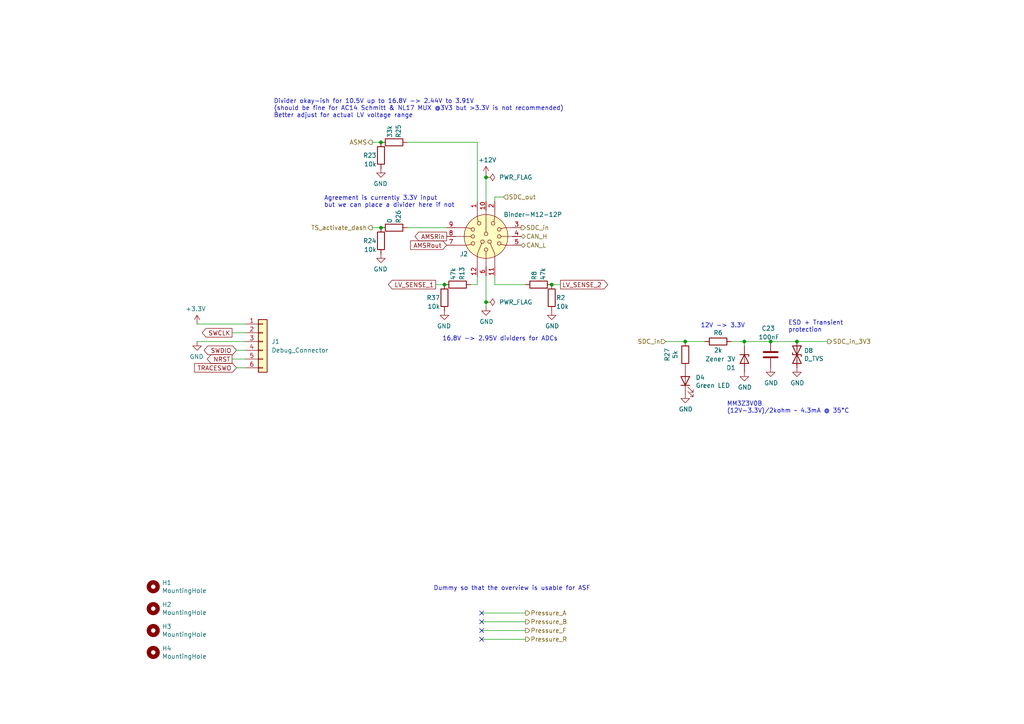
<source format=kicad_sch>
(kicad_sch (version 20211123) (generator eeschema)
  (paper "A4")
  (title_block (title "SDCL - Connections") (date "2021-12-16") (rev "v1.0") (company "FaSTTUBe - Formula Student Team TU Berlin") (comment 1 "Car 113") (comment 2 "EBS Electronics") (comment 3 "Electrical connections: Power, Programming, Buttons, CAN, SDC"))
  (lib_symbols
    (symbol "Connector_Generic:Conn_01x06" (pin_names (offset 1.016) hide)
      (property "Reference" "J" (at 0 7.62 0))
      (property "Value" "Conn_01x06" (at 0 -10.16 0))
      (symbol "Conn_01x06_1_1"
        (rectangle (start -1.27 -7.493) (end 0 -7.747) (stroke (width 0.1524)))
        (rectangle (start -1.27 -4.953) (end 0 -5.207) (stroke (width 0.1524)))
        (rectangle (start -1.27 -2.413) (end 0 -2.667) (stroke (width 0.1524)))
        (rectangle (start -1.27 0.127) (end 0 -0.127) (stroke (width 0.1524)))
        (rectangle (start -1.27 2.667) (end 0 2.413) (stroke (width 0.1524)))
        (rectangle (start -1.27 5.207) (end 0 4.953) (stroke (width 0.1524)))
        (rectangle (start -1.27 6.35) (end 1.27 -8.89) (stroke (width 0.254)) (fill (type background)))
        (pin passive line (at -5.08 5.08 0) (length 3.81) (name "Pin_1") (number "1"))
        (pin passive line (at -5.08 2.54 0) (length 3.81) (name "Pin_2") (number "2"))
        (pin passive line (at -5.08 0 0) (length 3.81) (name "Pin_3") (number "3"))
        (pin passive line (at -5.08 -2.54 0) (length 3.81) (name "Pin_4") (number "4"))
        (pin passive line (at -5.08 -5.08 0) (length 3.81) (name "Pin_5") (number "5"))
        (pin passive line (at -5.08 -7.62 0) (length 3.81) (name "Pin_6") (number "6"))
      )
    )
    (symbol "Custom:Binder-M12-12P" (pin_names (offset 1.016))
      (property "Reference" "J" (at -6.985 -5.715 0))
      (property "Value" "Binder-M12-12P" (at 4.572 6.858 0))
      (symbol "Binder-M12-12P_0_1"
        (circle (center -3.81 2.032) (radius 0.508))
        (circle (center -1.016 -1.524) (radius 0.508))
        (circle (center 0 -3.81) (radius 0.508))
        (polyline (pts (xy -8.89 -2.54) (xy -6.35 -2.54)))
        (polyline (pts (xy -8.89 2.54) (xy -6.35 2.54)))
        (polyline (pts (xy -2.54 -5.08) (xy -2.54 -8.89)))
        (polyline (pts (xy -2.54 6.35) (xy -2.54 7.62)))
        (polyline (pts (xy -1.2446 -1.9558) (xy -2.54 -5.08)))
        (polyline (pts (xy 0 -4.318) (xy 0 -8.89)))
        (polyline (pts (xy 0 2.54) (xy 0 1.27)))
        (polyline (pts (xy 0 2.54) (xy 0 7.62)))
        (polyline (pts (xy 1.2192 -1.9812) (xy 2.54 -5.08)))
        (polyline (pts (xy 2.54 -5.08) (xy 2.54 -8.89)))
        (polyline (pts (xy 2.54 6.35) (xy 2.54 7.62)))
        (polyline (pts (xy 6.35 -2.54) (xy 7.62 -2.54)))
        (polyline (pts (xy 6.35 2.54) (xy 7.62 2.54)))
        (polyline (pts (xy -6.35 2.54) (xy -5.588 2.54) (xy -4.318 2.286)))
        (polyline (pts (xy 6.35 2.54) (xy 5.588 2.54) (xy 4.318 2.286)))
        (circle (center 0 0) (radius 6.35) (fill (type background)))
        (circle (center 0 0.762) (radius 0.508))
        (circle (center 1.016 -1.524) (radius 0.508))
        (circle (center 3.81 2.032) (radius 0.508))
      )
      (symbol "Binder-M12-12P_1_1"
        (circle (center -3.81 -2.032) (radius 0.508))
        (circle (center -3.81 0) (radius 0.508))
        (circle (center -2.032 3.81) (radius 0.508))
        (polyline (pts (xy -4.318 0) (xy -8.89 0)))
        (polyline (pts (xy 4.318 0) (xy 8.89 0)))
        (polyline (pts (xy -6.35 -2.54) (xy -5.588 -2.54) (xy -4.318 -2.286)))
        (polyline (pts (xy -2.54 6.35) (xy -2.54 5.588) (xy -2.286 4.318)))
        (polyline (pts (xy 2.54 6.35) (xy 2.54 5.588) (xy 2.286 4.318)))
        (polyline (pts (xy 6.35 -2.54) (xy 5.588 -2.54) (xy 4.318 -2.286)))
        (circle (center 2.032 3.81) (radius 0.508))
        (circle (center 3.81 -2.032) (radius 0.508))
        (circle (center 3.81 0) (radius 0.508))
        (pin passive line (at -2.54 10.16 270) (length 2.54) (name "~") (number "1"))
        (pin passive line (at 0 10.16 270) (length 2.54) (name "~") (number "10"))
        (pin passive line (at 2.54 -11.43 90) (length 2.54) (name "~") (number "11"))
        (pin passive line (at -2.54 -11.43 90) (length 2.54) (name "~") (number "12"))
        (pin passive line (at 2.54 10.16 270) (length 2.54) (name "~") (number "2"))
        (pin passive line (at 10.16 2.54 180) (length 2.54) (name "~") (number "3"))
        (pin passive line (at 10.16 0 180) (length 2.54) (name "~") (number "4"))
        (pin passive line (at 10.16 -2.54 180) (length 2.54) (name "~") (number "5"))
        (pin passive line (at 0 -11.43 90) (length 2.54) (name "~") (number "6"))
        (pin passive line (at -11.43 -2.54 0) (length 2.54) (name "~") (number "7"))
        (pin passive line (at -11.43 0 0) (length 2.54) (name "~") (number "8"))
        (pin passive line (at -11.43 2.54 0) (length 2.54) (name "~") (number "9"))
      )
    )
    (symbol "Device:C" (pin_numbers hide) (pin_names (offset 0.254))
      (property "Reference" "C" (at 0.635 2.54 0))
      (property "Value" "C" (at 0.635 -2.54 0))
      (symbol "C_0_1"
        (polyline (pts (xy -2.032 -0.762) (xy 2.032 -0.762)) (stroke (width 0.508)))
        (polyline (pts (xy -2.032 0.762) (xy 2.032 0.762)) (stroke (width 0.508)))
      )
      (symbol "C_1_1"
        (pin passive line (at 0 3.81 270) (length 2.794) (name "~") (number "1"))
        (pin passive line (at 0 -3.81 90) (length 2.794) (name "~") (number "2"))
      )
    )
    (symbol "Device:D_TVS" (pin_numbers hide) (pin_names (offset 1.016) hide)
      (property "Reference" "D" (at 0 2.54 0))
      (property "Value" "D_TVS" (at 0 -2.54 0))
      (symbol "D_TVS_0_1"
        (polyline (pts (xy 1.27 0) (xy -1.27 0)))
        (polyline (pts (xy 0.508 1.27) (xy 0 1.27) (xy 0 -1.27) (xy -0.508 -1.27)) (stroke (width 0.254)))
        (polyline (pts (xy -2.54 1.27) (xy -2.54 -1.27) (xy 2.54 1.27) (xy 2.54 -1.27) (xy -2.54 1.27)) (stroke (width 0.254)))
      )
      (symbol "D_TVS_1_1"
        (pin passive line (at -3.81 0 0) (length 2.54) (name "A1") (number "1"))
        (pin passive line (at 3.81 0 180) (length 2.54) (name "A2") (number "2"))
      )
    )
    (symbol "Device:D_Zener" (pin_numbers hide) (pin_names (offset 1.016) hide)
      (property "Reference" "D" (at 0 2.54 0))
      (property "Value" "D_Zener" (at 0 -2.54 0))
      (symbol "D_Zener_0_1"
        (polyline (pts (xy 1.27 0) (xy -1.27 0)))
        (polyline (pts (xy -1.27 -1.27) (xy -1.27 1.27) (xy -0.762 1.27)) (stroke (width 0.254)))
        (polyline (pts (xy 1.27 -1.27) (xy 1.27 1.27) (xy -1.27 0) (xy 1.27 -1.27)) (stroke (width 0.254)))
      )
      (symbol "D_Zener_1_1"
        (pin passive line (at -3.81 0 0) (length 2.54) (name "K") (number "1"))
        (pin passive line (at 3.81 0 180) (length 2.54) (name "A") (number "2"))
      )
    )
    (symbol "Device:LED" (pin_numbers hide) (pin_names (offset 1.016) hide)
      (property "Reference" "D" (at 0 2.54 0))
      (property "Value" "LED" (at 0 -2.54 0))
      (symbol "LED_0_1"
        (polyline (pts (xy -1.27 -1.27) (xy -1.27 1.27)) (stroke (width 0.254)))
        (polyline (pts (xy -1.27 0) (xy 1.27 0)))
        (polyline (pts (xy 1.27 -1.27) (xy 1.27 1.27) (xy -1.27 0) (xy 1.27 -1.27)) (stroke (width 0.254)))
        (polyline (pts (xy -3.048 -0.762) (xy -4.572 -2.286) (xy -3.81 -2.286) (xy -4.572 -2.286) (xy -4.572 -1.524)))
        (polyline (pts (xy -1.778 -0.762) (xy -3.302 -2.286) (xy -2.54 -2.286) (xy -3.302 -2.286) (xy -3.302 -1.524)))
      )
      (symbol "LED_1_1"
        (pin passive line (at -3.81 0 0) (length 2.54) (name "K") (number "1"))
        (pin passive line (at 3.81 0 180) (length 2.54) (name "A") (number "2"))
      )
    )
    (symbol "Device:R" (pin_numbers hide) (pin_names (offset 0))
      (property "Reference" "R" (at 2.032 0 90))
      (property "Value" "R" (at 0 0 90))
      (symbol "R_0_1"
        (rectangle (start -1.016 -2.54) (end 1.016 2.54) (stroke (width 0.254)))
      )
      (symbol "R_1_1"
        (pin passive line (at 0 3.81 270) (length 1.27) (name "~") (number "1"))
        (pin passive line (at 0 -3.81 90) (length 1.27) (name "~") (number "2"))
      )
    )
    (symbol "Mechanical:MountingHole" (pin_names (offset 1.016))
      (property "Reference" "H" (at 0 5.08 0))
      (property "Value" "MountingHole" (at 0 3.175 0))
      (symbol "MountingHole_0_1"
        (circle (center 0 0) (radius 1.27) (stroke (width 1.27)))
      )
    )
    (symbol "power:+12V" (power) (pin_names (offset 0))
      (property "Value" "+12V" (at 0 3.556 0))
      (symbol "+12V_0_1"
        (polyline (pts (xy -0.762 1.27) (xy 0 2.54)))
        (polyline (pts (xy 0 0) (xy 0 2.54)))
        (polyline (pts (xy 0 2.54) (xy 0.762 1.27)))
      )
      (symbol "+12V_1_1"
        (pin power_in line (at 0 0 90) (length 0) hide (name "+12V") (number "1"))
      )
    )
    (symbol "power:+3.3V" (power) (pin_names (offset 0))
      (property "Value" "+3.3V" (at 0 3.556 0))
      (symbol "+3.3V_0_1"
        (polyline (pts (xy -0.762 1.27) (xy 0 2.54)))
        (polyline (pts (xy 0 0) (xy 0 2.54)))
        (polyline (pts (xy 0 2.54) (xy 0.762 1.27)))
      )
      (symbol "+3.3V_1_1"
        (pin power_in line (at 0 0 90) (length 0) hide (name "+3.3V") (number "1"))
      )
    )
    (symbol "power:GND" (power) (pin_names (offset 0))
      (property "Value" "GND" (at 0 -3.81 0))
      (symbol "GND_0_1"
        (polyline (pts (xy 0 0) (xy 0 -1.27) (xy 1.27 -1.27) (xy 0 -2.54) (xy -1.27 -1.27) (xy 0 -1.27)))
      )
      (symbol "GND_1_1"
        (pin power_in line (at 0 0 270) (length 0) hide (name "GND") (number "1"))
      )
    )
    (symbol "power:PWR_FLAG" (power) (pin_numbers hide) (pin_names (offset 0) hide)
      (property "Value" "PWR_FLAG" (at 0 3.81 0))
      (symbol "PWR_FLAG_0_0"
        (pin power_out line (at 0 0 90) (length 0) (name "pwr") (number "1"))
      )
      (symbol "PWR_FLAG_0_1"
        (polyline (pts (xy 0 0) (xy 0 1.27) (xy -1.016 1.905) (xy 0 2.54) (xy 1.016 1.905) (xy 0 1.27)))
      )
    )
  )
  (junction (at 215.9 99.06))
  (junction (at 231.14 99.06))
  (junction (at 110.49 66.04))
  (junction (at 140.97 51.435))
  (junction (at 128.905 82.55))
  (junction (at 110.49 41.275))
  (junction (at 198.755 99.06))
  (junction (at 160.02 82.55))
  (junction (at 223.52 99.06))
  (junction (at 140.97 87.63))
  (no_connect (at 139.7 185.42))
  (no_connect (at 139.7 180.34))
  (no_connect (at 139.7 177.8))
  (no_connect (at 139.7 182.88))
  (wire (pts (xy 140.97 87.63) (xy 140.97 88.9)))
  (wire (pts (xy 68.58 101.6) (xy 71.12 101.6)))
  (wire (pts (xy 68.58 106.68) (xy 71.12 106.68)))
  (wire (pts (xy 215.9 99.06) (xy 223.52 99.06)))
  (wire (pts (xy 67.31 104.14) (xy 71.12 104.14)))
  (wire (pts (xy 215.9 100.33) (xy 215.9 99.06)))
  (wire (pts (xy 223.52 99.06) (xy 231.14 99.06)))
  (wire (pts (xy 118.11 41.275) (xy 138.43 41.275)))
  (wire (pts (xy 107.95 66.04) (xy 110.49 66.04)))
  (wire (pts (xy 198.755 99.06) (xy 204.47 99.06)))
  (wire (pts (xy 57.15 93.98) (xy 71.12 93.98)))
  (wire (pts (xy 139.7 177.8) (xy 152.4 177.8)))
  (wire (pts (xy 136.525 82.55) (xy 138.43 82.55)))
  (wire (pts (xy 126.365 82.55) (xy 128.905 82.55)))
  (wire (pts (xy 193.04 99.06) (xy 198.755 99.06)))
  (wire (pts (xy 140.97 80.01) (xy 140.97 87.63)))
  (wire (pts (xy 143.51 57.15) (xy 146.05 57.15)))
  (wire (pts (xy 57.15 99.06) (xy 71.12 99.06)))
  (wire (pts (xy 118.11 66.04) (xy 129.54 66.04)))
  (wire (pts (xy 143.51 82.55) (xy 152.4 82.55)))
  (wire (pts (xy 143.51 58.42) (xy 143.51 57.15)))
  (wire (pts (xy 138.43 41.275) (xy 138.43 58.42)))
  (wire (pts (xy 107.95 41.275) (xy 110.49 41.275)))
  (wire (pts (xy 143.51 80.01) (xy 143.51 82.55)))
  (wire (pts (xy 140.97 50.8) (xy 140.97 51.435)))
  (wire (pts (xy 139.7 185.42) (xy 152.4 185.42)))
  (wire (pts (xy 139.7 180.34) (xy 152.4 180.34)))
  (wire (pts (xy 138.43 82.55) (xy 138.43 80.01)))
  (wire (pts (xy 162.56 82.55) (xy 160.02 82.55)))
  (wire (pts (xy 67.31 96.52) (xy 71.12 96.52)))
  (wire (pts (xy 231.14 99.06) (xy 240.03 99.06)))
  (wire (pts (xy 212.09 99.06) (xy 215.9 99.06)))
  (wire (pts (xy 140.97 51.435) (xy 140.97 58.42)))
  (wire (pts (xy 139.7 182.88) (xy 152.4 182.88)))
  (text "Dummy so that the overview is usable for ASF" (at 125.73 171.45 0) (effects (font (size 1.27 1.27)) (justify left bottom)))
  (text "12V -> 3.3V" (at 203.2 95.25 0) (effects (font (size 1.27 1.27)) (justify left bottom)))
  (text "MM3Z3V0B\n(12V−3.3V)/2kohm ~ 4.3mA @ 35°C" (at 210.82 120.015 0) (effects (font (size 1.27 1.27)) (justify left bottom)))
  (text "16.8V -> 2.95V dividers for ADCs" (at 128.27 99.06 0) (effects (font (size 1.27 1.27)) (justify left bottom)))
  (text "ESD + Transient\nprotection" (at 228.6 96.52 0) (effects (font (size 1.27 1.27)) (justify left bottom)))
  (text "Agreement is currently 3.3V input\nbut we can place a divider here if not" (at 93.98 60.325 0) (effects (font (size 1.27 1.27)) (justify left bottom)))
  (text "Divider okay-ish for 10.5V up to 16.8V -> 2.44V to 3.91V\n(should be fine for AC14 Schmitt & NL17 MUX @3V3 but >3.3V is not recommended)\nBetter adjust for actual LV voltage range" (at 79.375 34.29 0) (effects (font (size 1.27 1.27)) (justify left bottom)))
  (global_label "LV_SENSE_2" (shape output) (at 162.56 82.55 0) (property "Intersheet References" "${INTERSHEET_REFS}" (effects hide)))
  (global_label "AMSRin" (shape output) (at 129.54 68.58 180) (property "Intersheet References" "${INTERSHEET_REFS}" (effects hide)))
  (global_label "AMSRout" (shape input) (at 129.54 71.12 180) (property "Intersheet References" "${INTERSHEET_REFS}" (effects hide)))
  (global_label "LV_SENSE_1" (shape output) (at 126.365 82.55 180) (property "Intersheet References" "${INTERSHEET_REFS}" (effects hide)))
  (global_label "TRACESWO" (shape input) (at 68.58 106.68 180) (property "Intersheet References" "${INTERSHEET_REFS}" (effects hide)))
  (global_label "NRST" (shape output) (at 67.31 104.14 180) (property "Intersheet References" "${INTERSHEET_REFS}" (effects hide)))
  (global_label "SWCLK" (shape output) (at 67.31 96.52 180) (property "Intersheet References" "${INTERSHEET_REFS}" (effects hide)))
  (global_label "SWDIO" (shape bidirectional) (at 68.58 101.6 180) (property "Intersheet References" "${INTERSHEET_REFS}" (effects hide)))
  (hierarchical_label "SDC_in_3V3" (shape output) (at 240.03 99.06 0))
  (hierarchical_label "Pressure_R" (shape output) (at 152.4 185.42 0))
  (hierarchical_label "SDC_out" (shape input) (at 146.05 57.15 0))
  (hierarchical_label "TS_activate_dash" (shape output) (at 107.95 66.04 180))
  (hierarchical_label "Pressure_B" (shape output) (at 152.4 180.34 0))
  (hierarchical_label "ASMS" (shape output) (at 107.95 41.275 180))
  (hierarchical_label "SDC_in" (shape output) (at 151.13 66.04 0))
  (hierarchical_label "CAN_H" (shape bidirectional) (at 151.13 68.58 0))
  (hierarchical_label "Pressure_F" (shape output) (at 152.4 182.88 0))
  (hierarchical_label "SDC_in" (shape input) (at 193.04 99.06 180))
  (hierarchical_label "CAN_L" (shape bidirectional) (at 151.13 71.12 0))
  (hierarchical_label "Pressure_A" (shape output) (at 152.4 177.8 0))
  (symbol (lib_id "Device:R") (at 208.28 99.06 90) (mirror x) (unit 1)
    (property "Reference" "R6" (at 208.28 96.52 90))
    (property "Value" "2k" (at 208.28 101.6 90))
    (property "Footprint" "Resistor_SMD:R_0603_1608Metric_Pad0.98x0.95mm_HandSolder" (effects hide))
  )
  (symbol (lib_id "power:GND") (at 215.9 107.95 0) (unit 1)
    (property "Reference" "#PWR0101" (effects hide))
    (property "Value" "GND" (at 216.027 112.3442 0))
  )
  (symbol (lib_id "power:GND") (at 231.14 106.68 0) (unit 1)
    (property "Reference" "#PWR0102" (effects hide))
    (property "Value" "GND" (at 231.267 111.0742 0))
  )
  (symbol (lib_id "Device:C") (at 223.52 102.87 180) (unit 1)
    (property "Reference" "C23" (at 224.79 95.25 0) (effects (justify left)))
    (property "Value" "100nF" (at 226.06 97.79 0) (effects (justify left)))
    (property "Footprint" "Capacitor_SMD:C_0603_1608Metric_Pad1.08x0.95mm_HandSolder" (effects hide))
  )
  (symbol (lib_id "power:GND") (at 223.52 106.68 0) (unit 1)
    (property "Reference" "#PWR0104" (effects hide))
    (property "Value" "GND" (at 223.647 111.0742 0))
  )
  (symbol (lib_id "Device:D_TVS") (at 231.14 102.87 270) (unit 1)
    (property "Reference" "D8" (at 233.172 101.7016 90) (effects (justify left)))
    (property "Value" "D_TVS" (at 233.172 104.013 90) (effects (justify left)))
    (property "Footprint" "Diode_SMD:D_SOD-323_HandSoldering" (effects hide))
  )
  (symbol (lib_id "Mechanical:MountingHole") (at 44.45 170.18 0) (unit 1)
    (property "Reference" "H1" (at 46.99 169.0116 0) (effects (justify left)))
    (property "Value" "MountingHole" (at 46.99 171.323 0) (effects (justify left)))
    (property "Footprint" "MountingHole:MountingHole_3.2mm_M3" (effects hide))
  )
  (symbol (lib_id "Mechanical:MountingHole") (at 44.45 176.53 0) (unit 1)
    (property "Reference" "H2" (at 46.99 175.3616 0) (effects (justify left)))
    (property "Value" "MountingHole" (at 46.99 177.673 0) (effects (justify left)))
    (property "Footprint" "MountingHole:MountingHole_3.2mm_M3" (effects hide))
  )
  (symbol (lib_id "Mechanical:MountingHole") (at 44.45 182.88 0) (unit 1)
    (property "Reference" "H3" (at 46.99 181.7116 0) (effects (justify left)))
    (property "Value" "MountingHole" (at 46.99 184.023 0) (effects (justify left)))
    (property "Footprint" "MountingHole:MountingHole_3.2mm_M3" (effects hide))
  )
  (symbol (lib_id "power:+12V") (at 140.97 50.8 0) (unit 1)
    (property "Reference" "#PWR0106" (effects hide))
    (property "Value" "+12V" (at 141.351 46.4058 0))
  )
  (symbol (lib_id "power:+3.3V") (at 57.15 93.98 0) (mirror y) (unit 1)
    (property "Reference" "#PWR0141" (effects hide))
    (property "Value" "+3.3V" (at 56.769 89.5858 0))
  )
  (symbol (lib_id "power:GND") (at 57.15 99.06 0) (mirror y) (unit 1)
    (property "Reference" "#PWR0164" (effects hide))
    (property "Value" "GND" (at 57.023 103.4542 0))
  )
  (symbol (lib_id "power:GND") (at 140.97 88.9 0) (unit 1)
    (property "Reference" "#PWR0110" (effects hide))
    (property "Value" "GND" (at 141.097 93.2942 0))
  )
  (symbol (lib_id "Custom:Binder-M12-12P") (at 140.97 68.58 0) (unit 1)
    (property "Reference" "J2" (at 133.35 73.66 0) (effects (justify left)))
    (property "Value" "Binder-M12-12P" (at 146.05 62.23 0) (effects (justify left)))
    (property "Footprint" "Custom:Binder_M12-A_12P_Female" (effects hide))
    (property "Datasheet" "http://www.mouser.com/ds/2/18/40_c091_abd_e-75918.pdf" (effects hide))
  )
  (symbol (lib_id "Device:D_Zener") (at 215.9 104.14 270) (unit 1)
    (property "Reference" "D1" (at 213.36 106.68 90) (effects (justify right)))
    (property "Value" "Zener 3V" (at 213.36 104.14 90) (effects (justify right)))
    (property "Footprint" "Diode_SMD:D_SOD-323_HandSoldering" (effects hide))
  )
  (symbol (lib_id "Device:R") (at 198.755 102.87 180) (unit 1)
    (property "Reference" "R27" (at 193.4972 102.87 90))
    (property "Value" "5k" (at 195.8086 102.87 90))
    (property "Footprint" "Resistor_SMD:R_0603_1608Metric_Pad0.98x0.95mm_HandSolder" (effects hide))
  )
  (symbol (lib_id "power:GND") (at 110.49 73.66 0) (mirror y) (unit 1)
    (property "Reference" "#PWR011" (effects hide))
    (property "Value" "GND" (at 110.363 78.0542 0))
  )
  (symbol (lib_id "power:GND") (at 128.905 90.17 0) (mirror y) (unit 1)
    (property "Reference" "#PWR0111" (effects hide))
    (property "Value" "GND" (at 128.778 94.5642 0))
  )
  (symbol (lib_id "Device:R") (at 114.3 66.04 270) (mirror x) (unit 1)
    (property "Reference" "R26" (at 115.57 64.77 0) (effects (justify left)))
    (property "Value" "0" (at 113.03 64.77 0) (effects (justify left)))
    (property "Footprint" "Resistor_SMD:R_0603_1608Metric_Pad0.98x0.95mm_HandSolder" (effects hide))
  )
  (symbol (lib_id "power:GND") (at 160.02 90.17 0) (unit 1)
    (property "Reference" "#PWR0114" (effects hide))
    (property "Value" "GND" (at 160.147 94.5642 0))
  )
  (symbol (lib_id "Device:R") (at 156.21 82.55 90) (unit 1)
    (property "Reference" "R8" (at 154.94 81.28 0) (effects (justify left)))
    (property "Value" "47k" (at 157.48 81.28 0) (effects (justify left)))
    (property "Footprint" "Resistor_SMD:R_0603_1608Metric_Pad0.98x0.95mm_HandSolder" (effects hide))
  )
  (symbol (lib_id "Device:R") (at 132.715 82.55 270) (mirror x) (unit 1)
    (property "Reference" "R13" (at 133.985 81.28 0) (effects (justify left)))
    (property "Value" "47k" (at 131.445 81.28 0) (effects (justify left)))
    (property "Footprint" "Resistor_SMD:R_0603_1608Metric_Pad0.98x0.95mm_HandSolder" (effects hide))
  )
  (symbol (lib_id "Device:LED") (at 198.755 110.49 90) (unit 1)
    (property "Reference" "D4" (at 201.7522 109.4994 90) (effects (justify right)))
    (property "Value" "Green LED" (at 201.7522 111.8108 90) (effects (justify right)))
    (property "Footprint" "Diode_SMD:D_0603_1608Metric_Pad1.05x0.95mm_HandSolder" (effects hide))
  )
  (symbol (lib_id "Device:R") (at 110.49 69.85 0) (mirror y) (unit 1)
    (property "Reference" "R24" (at 109.22 69.85 0) (effects (justify left)))
    (property "Value" "10k" (at 109.22 72.39 0) (effects (justify left)))
    (property "Footprint" "Resistor_SMD:R_0603_1608Metric_Pad0.98x0.95mm_HandSolder" (effects hide))
  )
  (symbol (lib_id "Device:R") (at 128.905 86.36 0) (mirror y) (unit 1)
    (property "Reference" "R37" (at 127.635 86.36 0) (effects (justify left)))
    (property "Value" "10k" (at 127.635 88.9 0) (effects (justify left)))
    (property "Footprint" "Resistor_SMD:R_0603_1608Metric_Pad0.98x0.95mm_HandSolder" (effects hide))
  )
  (symbol (lib_id "power:PWR_FLAG") (at 140.97 51.435 270) (unit 1)
    (property "Reference" "#FLG0102" (effects hide))
    (property "Value" "PWR_FLAG" (at 144.78 51.4349 90) (effects (justify left)))
  )
  (symbol (lib_id "Mechanical:MountingHole") (at 44.45 189.23 0) (unit 1)
    (property "Reference" "H4" (at 46.99 188.0616 0) (effects (justify left)))
    (property "Value" "MountingHole" (at 46.99 190.373 0) (effects (justify left)))
    (property "Footprint" "MountingHole:MountingHole_3.2mm_M3" (effects hide))
  )
  (symbol (lib_id "Device:R") (at 110.49 45.085 0) (mirror y) (unit 1)
    (property "Reference" "R23" (at 109.22 45.085 0) (effects (justify left)))
    (property "Value" "10k" (at 109.22 47.625 0) (effects (justify left)))
    (property "Footprint" "Resistor_SMD:R_0603_1608Metric_Pad0.98x0.95mm_HandSolder" (effects hide))
  )
  (symbol (lib_id "power:PWR_FLAG") (at 140.97 87.63 270) (unit 1)
    (property "Reference" "#FLG0103" (effects hide))
    (property "Value" "PWR_FLAG" (at 144.78 87.6299 90) (effects (justify left)))
  )
  (symbol (lib_id "power:GND") (at 110.49 48.895 0) (mirror y) (unit 1)
    (property "Reference" "#PWR010" (effects hide))
    (property "Value" "GND" (at 110.363 53.2892 0))
  )
  (symbol (lib_id "Device:R") (at 114.3 41.275 270) (mirror x) (unit 1)
    (property "Reference" "R25" (at 115.57 40.005 0) (effects (justify left)))
    (property "Value" "33k" (at 113.03 40.005 0) (effects (justify left)))
    (property "Footprint" "Resistor_SMD:R_0603_1608Metric_Pad0.98x0.95mm_HandSolder" (effects hide))
  )
  (symbol (lib_id "Connector_Generic:Conn_01x06") (at 76.2 99.06 0) (unit 1)
    (property "Reference" "J1" (at 78.74 99.0599 0) (effects (justify left)))
    (property "Value" "Debug_Connector" (at 78.74 101.5999 0) (effects (justify left)))
    (property "Footprint" "Connector_PinHeader_2.54mm:PinHeader_1x06_P2.54mm_Horizontal" (effects hide))
  )
  (symbol (lib_id "power:GND") (at 198.755 114.3 0) (unit 1)
    (property "Reference" "#PWR012" (effects hide))
    (property "Value" "GND" (at 198.882 118.6942 0))
  )
  (symbol (lib_id "Device:R") (at 160.02 86.36 0) (unit 1)
    (property "Reference" "R2" (at 161.29 86.36 0) (effects (justify left)))
    (property "Value" "10k" (at 161.29 88.9 0) (effects (justify left)))
    (property "Footprint" "Resistor_SMD:R_0603_1608Metric_Pad0.98x0.95mm_HandSolder" (effects hide))
  )
)
</source>
